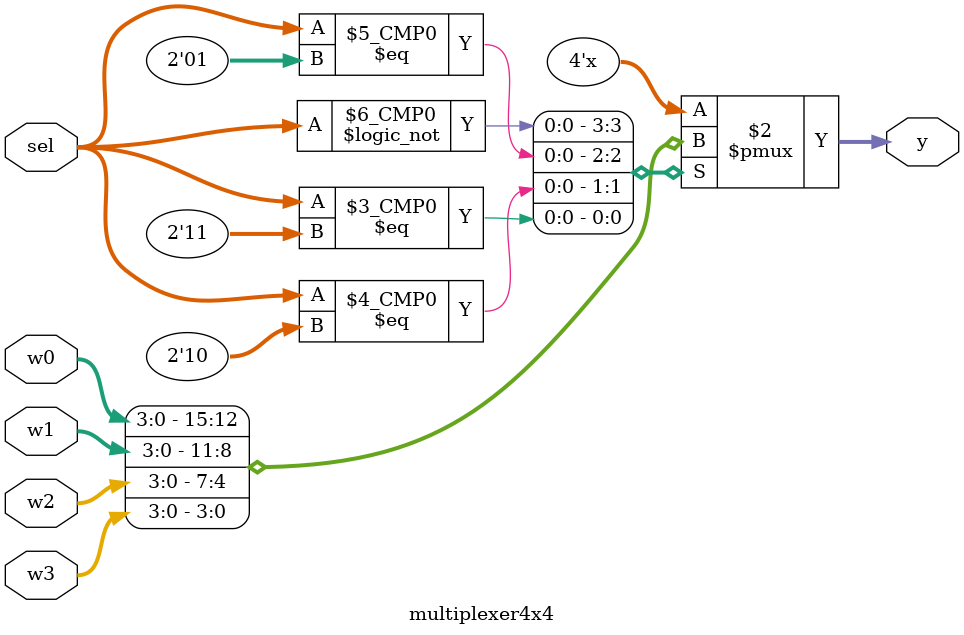
<source format=v>
/*--  *******************************************************
--  Computer Architecture Course, Laboratory Sources 
--  Amirkabir University of Technology (Tehran Polytechnic)
--  Department of Computer Engineering (CE-AUT)
--  https://ce.aut.ac.ir
--  *******************************************************
--  All Rights reserved (C) 2019-2020
--  *******************************************************
--  Student ID  : 9831068
--  Student Name: Farshid Nooshi
--  Student Mail: farshidnooshi726@aut.ac.ir
--  *******************************************************
--  Additional Comments:
--
--*/

/*-----------------------------------------------------------
---  Module Name: Multiplexer 4bit 4 to 1
---  Description: Lab 08 Part 1
-----------------------------------------------------------*/
`timescale 1 ns/1 ns

module multiplexer4x4 (
	input [3:0] w3 ,
	input [3:0] w2 ,
	input [3:0] w1 ,
	input [3:0] w0 ,
	input [1:0] sel ,
	output [3:0] y
);
	/* write your code here */
	reg [3:0] y;
	always @(w0 or w1 or w2 or w3 or sel)
				case (sel)
					2'b00 : y = w0;
					2'b01 : y = w1;
					2'b10 : y = w2;
					2'b11 : y = w3;
				endcase
	
	/* write your code here */

endmodule
</source>
